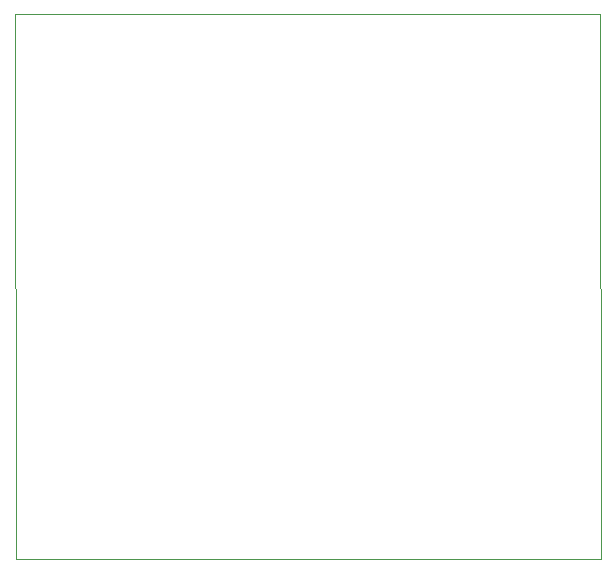
<source format=gbr>
%TF.GenerationSoftware,KiCad,Pcbnew,6.0.11-2627ca5db0~126~ubuntu20.04.1*%
%TF.CreationDate,2023-09-03T18:12:03+02:00*%
%TF.ProjectId,sboxnet-modul,73626f78-6e65-4742-9d6d-6f64756c2e6b,rev?*%
%TF.SameCoordinates,Original*%
%TF.FileFunction,Profile,NP*%
%FSLAX46Y46*%
G04 Gerber Fmt 4.6, Leading zero omitted, Abs format (unit mm)*
G04 Created by KiCad (PCBNEW 6.0.11-2627ca5db0~126~ubuntu20.04.1) date 2023-09-03 18:12:03*
%MOMM*%
%LPD*%
G01*
G04 APERTURE LIST*
%TA.AperFunction,Profile*%
%ADD10C,0.100000*%
%TD*%
G04 APERTURE END LIST*
D10*
X125730000Y-121920000D02*
X76200000Y-121920000D01*
X76200000Y-121920000D02*
X76174600Y-75768200D01*
X125704600Y-75793600D02*
X125730000Y-121920000D01*
X76174600Y-75768200D02*
X125704600Y-75793600D01*
M02*

</source>
